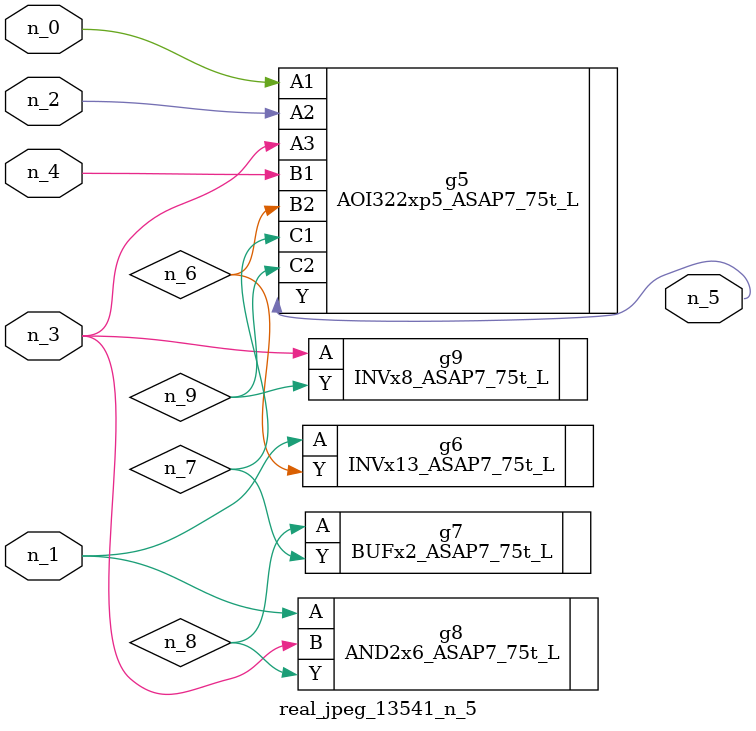
<source format=v>
module real_jpeg_13541_n_5 (n_4, n_0, n_1, n_2, n_3, n_5);

input n_4;
input n_0;
input n_1;
input n_2;
input n_3;

output n_5;

wire n_8;
wire n_6;
wire n_7;
wire n_9;

AOI322xp5_ASAP7_75t_L g5 ( 
.A1(n_0),
.A2(n_2),
.A3(n_3),
.B1(n_4),
.B2(n_6),
.C1(n_7),
.C2(n_9),
.Y(n_5)
);

INVx13_ASAP7_75t_L g6 ( 
.A(n_1),
.Y(n_6)
);

AND2x6_ASAP7_75t_L g8 ( 
.A(n_1),
.B(n_3),
.Y(n_8)
);

INVx8_ASAP7_75t_L g9 ( 
.A(n_3),
.Y(n_9)
);

BUFx2_ASAP7_75t_L g7 ( 
.A(n_8),
.Y(n_7)
);


endmodule
</source>
